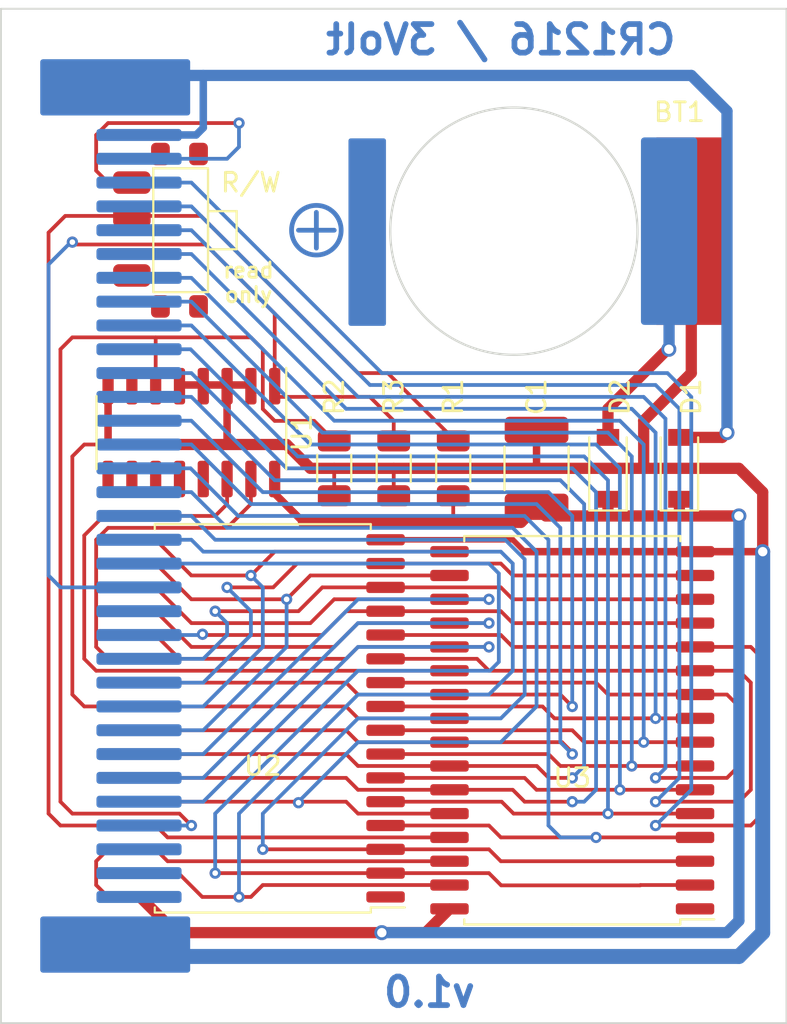
<source format=kicad_pcb>
(kicad_pcb (version 20211014) (generator pcbnew)
  (layers (0 "F.Cu" signal "Front") (31 "B.Cu" signal "Back") (34 "B.Paste" user) (35 "F.Paste" user) (36 "B.SilkS" user "B.Silkscreen") (37 "F.SilkS" user "F.Silkscreen") (38 "B.Mask" user) (39 "F.Mask" user) (44 "Edge.Cuts" user))
  (net 0 "")
  (net 1 "Net-(BT1-Pad1)")
  (net 2 "GND")
  (net 3 "VCC")
  (net 4 "Net-(D1-Pad2)")
  (net 5 "Net-(J1-Pad3)")
  (net 6 "/A0")
  (net 7 "/A1")
  (net 8 "/A2")
  (net 9 "/A3")
  (net 10 "/A4")
  (net 11 "/A5")
  (net 12 "/A6")
  (net 13 "/A7")
  (net 14 "/A8")
  (net 15 "/A9")
  (net 16 "/A10")
  (net 17 "/A11")
  (net 18 "/A12")
  (net 19 "/A13")
  (net 20 "/A14")
  (net 21 "/A15")
  (net 22 "/A16")
  (net 23 "Net-(J1-Pad21)")
  (net 25 "/D0")
  (net 26 "/D1")
  (net 27 "/D2")
  (net 28 "/D3")
  (net 29 "/D4")
  (net 30 "/D5")
  (net 31 "/D6")
  (net 32 "/D7")
  (net 33 "Net-(J1-Pad31)")
  (net 37 "R{slash}W")
  (net 45 "Net-(U1-Pad14)")
  (net 46 "Net-(U1-Pad15)")
  (footprint "Capacitor_SMD:C_1812_4532Metric" (layer "F.Cu") (at 142.875 62.23 90)
    (fp_text reference "C1")
    (fp_text value "330 nF" hide)
  )
  (footprint "custom-footprints:slider_switch_7x3" (layer "F.Cu") (at 123.825 49.53 -90)
    (fp_text reference "S1" hide)
    (fp_text value "R./W." hide)
  )
  (footprint "Resistor_SMD:R_1206_3216Metric" (layer "F.Cu") (at 135.255 62.23 -90)
    (fp_text reference "R3")
    (fp_text value "470 K" hide)
  )
  (footprint "Package_SO:SOIC-16_3.9x9.9mm_P1.27mm" (layer "F.Cu") (at 124.46 60.325 -90)
    (fp_text reference "U1")
    (fp_text value "HC138")
  )
  (footprint "Package_SO:SSOP-32_11.305x20.495mm_P1.27mm" (layer "F.Cu") (at 144.78 76.2 180)
    (fp_text reference "U3")
    (fp_text value "KM681000BLG")
  )
  (footprint "custom-footprints:Battery_CR1216_hole" (layer "F.Cu") (at 141.6638 49.5808)
    (fp_text reference "BT1")
    (fp_text value "CR1216")
    (fp_circle (center 0 0) (end 6.1468 -2.3876) (layer "Edge.Cuts") (width 0.12) (fill none))
  )
  (footprint "Package_SO:SSOP-32_11.305x20.495mm_P1.27mm" (layer "F.Cu") (at 128.27 75.565 180)
    (fp_text reference "U2")
    (fp_text value "KM681000BLG")
  )
  (footprint "Diode_SMD:D_SOD-123" (layer "F.Cu") (at 146.685 62.23 90)
    (fp_text reference "D2")
    (fp_text value "1N4148W" hide)
  )
  (footprint "Resistor_SMD:R_1206_3216Metric" (layer "F.Cu") (at 132.08 62.23 -90)
    (fp_text reference "R2")
    (fp_text value "47 K" hide)
  )
  (footprint "Resistor_SMD:R_1206_3216Metric" (layer "F.Cu") (at 138.43 62.23 90)
    (fp_text reference "R1")
    (fp_text value "47 K" hide)
  )
  (footprint "Diode_SMD:D_SOD-123" (layer "F.Cu") (at 150.495 62.23 90)
    (fp_text reference "D1")
    (fp_text value "RB160M" hide)
  )
  (footprint "custom-footprints:RAM_card_connector_35" (layer "B.Cu") (at 121.666 64.77)
    (fp_text reference "J1" hide)
    (fp_text value "RAM card connector")
  )
  (gr_circle (center 131.1275 49.53) (end 132.288551 50.165) (layer "B.Cu") (width 0.254) (fill none))
  (gr_line (start 131.1275 50.4825) (end 131.1275 48.5775) (layer "B.Cu") (width 0.254))
  (gr_line (start 130.175 49.53) (end 132.08 49.53) (layer "B.Cu") (width 0.254))
  (gr_rect (start 114.3 37.719) (end 156.21 91.821) (layer "Edge.Cuts") (width 0.1) (fill none))
  (gr_text "CR1216 / 3Volt" (at 140.97 39.37) (layer "B.Cu") (effects (font (size 1.524 1.524) (thickness 0.3048)) (justify mirror)))
  (gr_text "v1.0" (at 137.16 90.17) (layer "B.Cu") (effects (font (size 1.524 1.524) (thickness 0.3048)) (justify mirror)))
  (gr_text "R/W" (at 127.635 46.99) (layer "F.SilkS") (effects (font (size 1 1) (thickness 0.1524))))
  (gr_text "read\nonly" (at 127.508 52.324) (layer "F.SilkS") (effects (font (size 0.8128 0.8128) (thickness 0.1524))))
  (segment (start 146.685 59.055) (end 146.685 60.58) (width 0.6) (layer "F.Cu") (net 1))
  (segment (start 149.86 55.88) (end 146.685 59.055) (width 0.6) (layer "F.Cu") (net 1))
  (segment (start 149.9316 55.88) (end 149.86 55.88) (width 0.6) (layer "F.Cu") (net 1))
  (via (at 149.9316 55.88) (size 0.8) (drill 0.5) (layers "F.Cu" "B.Cu") (net 1))
  (segment (start 149.9442 55.8674) (end 149.9316 55.88) (width 0.6) (layer "B.Cu") (net 1))
  (segment (start 149.9442 49.8902) (end 149.9442 55.8674) (width 0.6) (layer "B.Cu") (net 1))
  (segment (start 151.265 49.8902) (end 151.13 50.0252) (width 0.6) (layer "F.Cu") (net 2))
  (segment (start 118.745 60.96) (end 120.015 60.96) (width 0.2) (layer "F.Cu") (net 2))
  (segment (start 126.365 60.96) (end 120.015 60.96) (width 0.6) (layer "F.Cu") (net 2))
  (segment (start 129.54 60.96) (end 126.365 60.96) (width 0.6) (layer "F.Cu") (net 2))
  (segment (start 151.13 50.0252) (end 151.13 57.15) (width 0.6) (layer "F.Cu") (net 2))
  (segment (start 138.23 75.565) (end 133.35 75.565) (width 0.2) (layer "F.Cu") (net 2))
  (segment (start 130.81 62.23) (end 129.54 60.96) (width 0.6) (layer "F.Cu") (net 2))
  (segment (start 118.745 74.93) (end 118.11 74.295) (width 0.2) (layer "F.Cu") (net 2))
  (segment (start 154.94 63.5) (end 153.67 62.23) (width 0.6) (layer "F.Cu") (net 2))
  (segment (start 118.11 74.295) (end 118.11 61.595) (width 0.2) (layer "F.Cu") (net 2))
  (segment (start 142.24 66.675) (end 151.33 66.675) (width 0.4) (layer "F.Cu") (net 2))
  (segment (start 135.255 62.23) (end 132.08 62.23) (width 0.6) (layer "F.Cu") (net 2))
  (segment (start 153.67 62.23) (end 147.32 62.23) (width 0.6) (layer "F.Cu") (net 2))
  (segment (start 132.08 62.23) (end 130.81 62.23) (width 0.6) (layer "F.Cu") (net 2))
  (segment (start 142.875 62.23) (end 135.255 62.23) (width 0.6) (layer "F.Cu") (net 2))
  (segment (start 141.605 66.04) (end 142.24 66.675) (width 0.3) (layer "F.Cu") (net 2))
  (segment (start 120.015 57.075) (end 120.015 60.96) (width 0.4) (layer "F.Cu") (net 2))
  (segment (start 135.255 63.6925) (end 135.255 62.23) (width 0.2) (layer "F.Cu") (net 2))
  (segment (start 133.35 75.565) (end 132.715 74.93) (width 0.2) (layer "F.Cu") (net 2))
  (segment (start 126.365 57.075) (end 126.365 60.96) (width 0.4) (layer "F.Cu") (net 2))
  (segment (start 148.59 59.69) (end 148.59 62.23) (width 0.6) (layer "F.Cu") (net 2))
  (segment (start 134.82 66.04) (end 141.605 66.04) (width 0.3) (layer "F.Cu") (net 2))
  (segment (start 127.635 57.785) (end 123.825 57.785) (width 0.4) (layer "F.Cu") (net 2))
  (segment (start 147.32 62.23) (end 142.875 62.23) (width 0.6) (layer "F.Cu") (net 2))
  (segment (start 154.94 66.675) (end 151.33 66.675) (width 0.4) (layer "F.Cu") (net 2))
  (segment (start 121.72 74.93) (end 118.745 74.93) (width 0.2) (layer "F.Cu") (net 2))
  (segment (start 132.715 74.93) (end 121.72 74.93) (width 0.2) (layer "F.Cu") (net 2))
  (segment (start 151.13 57.15) (end 148.59 59.69) (width 0.6) (layer "F.Cu") (net 2))
  (segment (start 118.11 61.595) (end 118.745 60.96) (width 0.2) (layer "F.Cu") (net 2))
  (segment (start 132.08 63.6925) (end 132.08 62.23) (width 0.2) (layer "F.Cu") (net 2))
  (segment (start 142.875 60.18) (end 142.875 62.23) (width 0.4) (layer "F.Cu") (net 2))
  (segment (start 154.94 66.675) (end 154.94 63.5) (width 0.6) (layer "F.Cu") (net 2))
  (via (at 154.94 66.675) (size 0.8) (drill 0.5) (layers "F.Cu" "B.Cu") (net 2))
  (segment (start 153.67 88.265) (end 154.94 86.995) (width 0.8) (layer "B.Cu") (net 2))
  (segment (start 154.94 86.995) (end 154.94 66.675) (width 0.8) (layer "B.Cu") (net 2))
  (segment (start 120.015 88.265) (end 153.67 88.265) (width 0.8) (layer "B.Cu") (net 2))
  (segment (start 138.23 83.185) (end 123.19 83.185) (width 0.2) (layer "F.Cu") (net 3))
  (segment (start 123.625 86.995) (end 121.72 85.09) (width 0.6) (layer "F.Cu") (net 3))
  (segment (start 142.045034 65.109966) (end 142.875 64.28) (width 0.6) (layer "F.Cu") (net 3))
  (segment (start 134.62 86.995) (end 123.625 86.995) (width 0.6) (layer "F.Cu") (net 3))
  (segment (start 134.62 86.995) (end 136.96 86.995) (width 0.6) (layer "F.Cu") (net 3))
  (segment (start 119.38 84.455) (end 120.015 85.09) (width 0.2) (layer "F.Cu") (net 3))
  (segment (start 136.96 86.995) (end 138.23 85.725) (width 0.6) (layer "F.Cu") (net 3))
  (segment (start 138.769966 65.109966) (end 142.045034 65.109966) (width 0.6) (layer "F.Cu") (net 3))
  (segment (start 120.015 85.09) (end 120.65 85.09) (width 0.2) (layer "F.Cu") (net 3))
  (segment (start 150.495 63.88) (end 150.495 64.77) (width 0.6) (layer "F.Cu") (net 3))
  (segment (start 119.38 83.185) (end 119.38 84.455) (width 0.2) (layer "F.Cu") (net 3))
  (segment (start 143.365 64.77) (end 146.685 64.77) (width 0.6) (layer "F.Cu") (net 3))
  (segment (start 146.685 64.77) (end 151.13 64.77) (width 0.6) (layer "F.Cu") (net 3))
  (segment (start 120.015 82.55) (end 119.38 83.185) (width 0.2) (layer "F.Cu") (net 3))
  (segment (start 142.875 64.28) (end 143.365 64.77) (width 0.6) (layer "F.Cu") (net 3))
  (segment (start 128.905 63.575) (end 130.439966 65.109966) (width 0.4) (layer "F.Cu") (net 3))
  (segment (start 122.555 82.55) (end 121.72 82.55) (width 0.2) (layer "F.Cu") (net 3))
  (segment (start 138.43 64.77) (end 138.769966 65.109966) (width 0.2) (layer "F.Cu") (net 3))
  (segment (start 146.685 64.77) (end 146.685 63.88) (width 0.6) (layer "F.Cu") (net 3))
  (segment (start 138.43 63.6925) (end 138.43 64.77) (width 0.2) (layer "F.Cu") (net 3))
  (segment (start 150.495 64.77) (end 153.67 64.77) (width 0.6) (layer "F.Cu") (net 3))
  (segment (start 121.72 82.55) (end 120.015 82.55) (width 0.2) (layer "F.Cu") (net 3))
  (segment (start 130.439966 65.109966) (end 138.769966 65.109966) (width 0.6) (layer "F.Cu") (net 3))
  (segment (start 123.19 83.185) (end 122.555 82.55) (width 0.2) (layer "F.Cu") (net 3))
  (via (at 153.67 64.77) (size 0.8) (drill 0.5) (layers "F.Cu" "B.Cu") (net 3))
  (via (at 134.62 86.995) (size 0.8) (drill 0.5) (layers "F.Cu" "B.Cu") (net 3))
  (segment (start 153.67 86.36) (end 153.67 64.77) (width 0.6) (layer "B.Cu") (net 3))
  (segment (start 134.62 86.995) (end 153.035 86.995) (width 0.6) (layer "B.Cu") (net 3))
  (segment (start 153.035 86.995) (end 153.67 86.36) (width 0.6) (layer "B.Cu") (net 3))
  (segment (start 152.78 60.58) (end 150.495 60.58) (width 0.6) (layer "F.Cu") (net 4))
  (segment (start 153.035 60.325) (end 152.78 60.58) (width 0.6) (layer "F.Cu") (net 4))
  (via (at 153.035 60.325) (size 0.8) (drill 0.5) (layers "F.Cu" "B.Cu") (net 4))
  (segment (start 123.19 44.45) (end 120.65 44.45) (width 0.2) (layer "B.Cu") (net 4))
  (segment (start 153.035 60.325) (end 153.035 43.18) (width 0.6) (layer "B.Cu") (net 4))
  (segment (start 121.031 41.275) (end 120.396 41.91) (width 0.4) (layer "B.Cu") (net 4))
  (segment (start 124.714 44.45) (end 121.666 44.45) (width 0.4) (layer "B.Cu") (net 4))
  (segment (start 125.095 44.069) (end 124.714 44.45) (width 0.4) (layer "B.Cu") (net 4))
  (segment (start 125.095 41.275) (end 125.095 44.069) (width 0.4) (layer "B.Cu") (net 4))
  (segment (start 125.095 41.275) (end 121.031 41.275) (width 0.6) (layer "B.Cu") (net 4))
  (segment (start 153.035 43.18) (end 151.13 41.275) (width 0.6) (layer "B.Cu") (net 4))
  (segment (start 151.13 41.275) (end 125.095 41.275) (width 0.6) (layer "B.Cu") (net 4))
  (segment (start 119.38 44.45) (end 119.38 46.355) (width 0.2) (layer "F.Cu") (net 5))
  (segment (start 120.015 43.815) (end 119.38 44.45) (width 0.2) (layer "F.Cu") (net 5))
  (segment (start 120.93581 46.99) (end 121.237405 47.291595) (width 0.2) (layer "F.Cu") (net 5))
  (segment (start 120.015 46.99) (end 120.93581 46.99) (width 0.2) (layer "F.Cu") (net 5))
  (segment (start 127 43.815) (end 120.015 43.815) (width 0.2) (layer "F.Cu") (net 5))
  (segment (start 119.38 46.355) (end 120.015 46.99) (width 0.2) (layer "F.Cu") (net 5))
  (via (at 127 43.815) (size 0.6) (drill 0.3) (layers "F.Cu" "B.Cu") (net 5))
  (segment (start 126.365 45.72) (end 120.65 45.72) (width 0.2) (layer "B.Cu") (net 5))
  (segment (start 127 43.815) (end 127 45.085) (width 0.2) (layer "B.Cu") (net 5))
  (segment (start 127 45.085) (end 126.365 45.72) (width 0.2) (layer "B.Cu") (net 5))
  (segment (start 141.605 71.755) (end 140.97 71.12) (width 0.2) (layer "F.Cu") (net 6))
  (segment (start 151.33 71.755) (end 141.605 71.755) (width 0.2) (layer "F.Cu") (net 6))
  (segment (start 140.97 71.12) (end 134.82 71.12) (width 0.2) (layer "F.Cu") (net 6))
  (segment (start 154.94 80.645) (end 154.94 72.39) (width 0.2) (layer "F.Cu") (net 6))
  (segment (start 149.225 81.28) (end 154.305 81.28) (width 0.2) (layer "F.Cu") (net 6))
  (segment (start 154.94 72.39) (end 154.305 71.755) (width 0.2) (layer "F.Cu") (net 6))
  (segment (start 154.305 71.755) (end 151.33 71.755) (width 0.2) (layer "F.Cu") (net 6))
  (segment (start 154.305 81.28) (end 154.94 80.645) (width 0.2) (layer "F.Cu") (net 6))
  (via (at 149.225 81.28) (size 0.6) (drill 0.3) (layers "F.Cu" "B.Cu") (net 6))
  (segment (start 151.13 79.375) (end 149.225 81.28) (width 0.2) (layer "B.Cu") (net 6))
  (segment (start 149.86 57.15) (end 151.13 58.42) (width 0.2) (layer "B.Cu") (net 6))
  (segment (start 124.46 46.99) (end 134.62 57.15) (width 0.2) (layer "B.Cu") (net 6))
  (segment (start 151.13 58.42) (end 151.13 79.375) (width 0.2) (layer "B.Cu") (net 6))
  (segment (start 120.65 46.99) (end 124.46 46.99) (width 0.2) (layer "B.Cu") (net 6))
  (segment (start 134.62 57.15) (end 149.86 57.15) (width 0.2) (layer "B.Cu") (net 6))
  (segment (start 151.33 73.025) (end 140.335 73.025) (width 0.2) (layer "F.Cu") (net 7))
  (segment (start 153.67 80.01) (end 154.305 79.375) (width 0.2) (layer "F.Cu") (net 7))
  (segment (start 154.305 73.66) (end 153.67 73.025) (width 0.2) (layer "F.Cu") (net 7))
  (segment (start 149.225 80.01) (end 153.67 80.01) (width 0.2) (layer "F.Cu") (net 7))
  (segment (start 153.67 73.025) (end 151.33 73.025) (width 0.2) (layer "F.Cu") (net 7))
  (segment (start 154.305 79.375) (end 154.305 73.66) (width 0.2) (layer "F.Cu") (net 7))
  (segment (start 140.335 73.025) (end 139.7 72.39) (width 0.2) (layer "F.Cu") (net 7))
  (segment (start 139.7 72.39) (end 134.82 72.39) (width 0.2) (layer "F.Cu") (net 7))
  (via (at 149.225 80.01) (size 0.6) (drill 0.3) (layers "F.Cu" "B.Cu") (net 7))
  (segment (start 150.495 59.055) (end 150.495 78.74) (width 0.2) (layer "B.Cu") (net 7))
  (segment (start 120.65 48.26) (end 124.46 48.26) (width 0.2) (layer "B.Cu") (net 7))
  (segment (start 133.985 57.785) (end 149.225 57.785) (width 0.2) (layer "B.Cu") (net 7))
  (segment (start 150.495 78.74) (end 149.225 80.01) (width 0.2) (layer "B.Cu") (net 7))
  (segment (start 149.225 57.785) (end 150.495 59.055) (width 0.2) (layer "B.Cu") (net 7))
  (segment (start 124.46 48.26) (end 133.985 57.785) (width 0.2) (layer "B.Cu") (net 7))
  (segment (start 146.05 73.66) (end 134.82 73.66) (width 0.2) (layer "F.Cu") (net 8))
  (segment (start 146.685 74.295) (end 146.05 73.66) (width 0.2) (layer "F.Cu") (net 8))
  (segment (start 153.67 74.93) (end 153.035 74.295) (width 0.2) (layer "F.Cu") (net 8))
  (segment (start 153.67 78.105) (end 153.67 74.93) (width 0.2) (layer "F.Cu") (net 8))
  (segment (start 151.33 74.295) (end 146.685 74.295) (width 0.2) (layer "F.Cu") (net 8))
  (segment (start 153.035 74.295) (end 151.33 74.295) (width 0.2) (layer "F.Cu") (net 8))
  (segment (start 153.035 78.74) (end 153.67 78.105) (width 0.2) (layer "F.Cu") (net 8))
  (segment (start 149.225 78.74) (end 153.035 78.74) (width 0.2) (layer "F.Cu") (net 8))
  (via (at 149.225 78.74) (size 0.6) (drill 0.3) (layers "F.Cu" "B.Cu") (net 8))
  (segment (start 133.35 58.42) (end 148.59 58.42) (width 0.2) (layer "B.Cu") (net 8))
  (segment (start 124.46 49.53) (end 133.35 58.42) (width 0.2) (layer "B.Cu") (net 8))
  (segment (start 149.751511 78.213489) (end 149.225 78.74) (width 0.2) (layer "B.Cu") (net 8))
  (segment (start 148.59 58.42) (end 149.751511 59.581511) (width 0.2) (layer "B.Cu") (net 8))
  (segment (start 149.751511 59.581511) (end 149.751511 78.213489) (width 0.2) (layer "B.Cu") (net 8))
  (segment (start 120.65 49.53) (end 124.46 49.53) (width 0.2) (layer "B.Cu") (net 8))
  (segment (start 143.1925 74.93) (end 134.82 74.93) (width 0.2) (layer "F.Cu") (net 9))
  (segment (start 143.8275 75.565) (end 143.1925 74.93) (width 0.2) (layer "F.Cu") (net 9))
  (segment (start 151.33 75.565) (end 143.8275 75.565) (width 0.2) (layer "F.Cu") (net 9))
  (via (at 149.225 75.565) (size 0.6) (drill 0.3) (layers "F.Cu" "B.Cu") (net 9))
  (segment (start 147.955 59.055) (end 149.225 60.325) (width 0.2) (layer "B.Cu") (net 9))
  (segment (start 120.65 50.8) (end 124.46 50.8) (width 0.2) (layer "B.Cu") (net 9))
  (segment (start 124.46 50.8) (end 132.715 59.055) (width 0.2) (layer "B.Cu") (net 9))
  (segment (start 149.225 60.325) (end 149.225 75.565) (width 0.2) (layer "B.Cu") (net 9))
  (segment (start 132.715 59.055) (end 147.955 59.055) (width 0.2) (layer "B.Cu") (net 9))
  (segment (start 145.415 76.835) (end 144.78 76.2) (width 0.2) (layer "F.Cu") (net 10))
  (segment (start 144.78 76.2) (end 134.82 76.2) (width 0.2) (layer "F.Cu") (net 10))
  (segment (start 151.33 76.835) (end 145.415 76.835) (width 0.2) (layer "F.Cu") (net 10))
  (via (at 148.59 76.835) (size 0.6) (drill 0.3) (layers "F.Cu" "B.Cu") (net 10))
  (segment (start 120.65 52.07) (end 124.46 52.07) (width 0.2) (layer "B.Cu") (net 10))
  (segment (start 132.08 59.69) (end 147.32 59.69) (width 0.2) (layer "B.Cu") (net 10))
  (segment (start 124.46 52.07) (end 132.08 59.69) (width 0.2) (layer "B.Cu") (net 10))
  (segment (start 147.32 59.69) (end 148.59 60.96) (width 0.2) (layer "B.Cu") (net 10))
  (segment (start 148.59 60.96) (end 148.59 76.835) (width 0.2) (layer "B.Cu") (net 10))
  (segment (start 143.51 77.47) (end 144.145 78.105) (width 0.2) (layer "F.Cu") (net 11))
  (segment (start 144.145 78.105) (end 151.33 78.105) (width 0.2) (layer "F.Cu") (net 11))
  (segment (start 134.82 77.47) (end 143.51 77.47) (width 0.2) (layer "F.Cu") (net 11))
  (via (at 147.955 78.105) (size 0.6) (drill 0.3) (layers "F.Cu" "B.Cu") (net 11))
  (segment (start 147.955 61.595) (end 146.685 60.325) (width 0.2) (layer "B.Cu") (net 11))
  (segment (start 147.955 78.105) (end 147.955 61.595) (width 0.2) (layer "B.Cu") (net 11))
  (segment (start 146.685 60.325) (end 131.445 60.325) (width 0.2) (layer "B.Cu") (net 11))
  (segment (start 131.445 60.325) (end 124.46 53.34) (width 0.2) (layer "B.Cu") (net 11))
  (segment (start 124.46 53.34) (end 120.65 53.34) (width 0.2) (layer "B.Cu") (net 11))
  (segment (start 142.24 78.74) (end 142.875 79.375) (width 0.2) (layer "F.Cu") (net 12))
  (segment (start 142.875 79.375) (end 151.33 79.375) (width 0.2) (layer "F.Cu") (net 12))
  (segment (start 134.82 78.74) (end 142.24 78.74) (width 0.2) (layer "F.Cu") (net 12))
  (via (at 147.32 79.375) (size 0.6) (drill 0.3) (layers "F.Cu" "B.Cu") (net 12))
  (segment (start 147.32 79.375) (end 147.32 62.23) (width 0.2) (layer "B.Cu") (net 12))
  (segment (start 124.46 54.61) (end 120.65 54.61) (width 0.2) (layer "B.Cu") (net 12))
  (segment (start 130.81 60.96) (end 124.46 54.61) (width 0.2) (layer "B.Cu") (net 12))
  (segment (start 146.05 60.96) (end 130.81 60.96) (width 0.2) (layer "B.Cu") (net 12))
  (segment (start 147.32 62.23) (end 146.05 60.96) (width 0.2) (layer "B.Cu") (net 12))
  (segment (start 141.648308 80.645) (end 141.013308 80.01) (width 0.2) (layer "F.Cu") (net 13))
  (segment (start 146.685 80.645) (end 151.33 80.645) (width 0.2) (layer "F.Cu") (net 13))
  (segment (start 146.685 80.645) (end 141.648308 80.645) (width 0.2) (layer "F.Cu") (net 13))
  (segment (start 141.013308 80.01) (end 134.82 80.01) (width 0.2) (layer "F.Cu") (net 13))
  (via (at 146.685 80.645) (size 0.6) (drill 0.3) (layers "F.Cu" "B.Cu") (net 13))
  (segment (start 130.131692 61.595) (end 124.416692 55.88) (width 0.2) (layer "B.Cu") (net 13))
  (segment (start 145.415 61.595) (end 130.131692 61.595) (width 0.2) (layer "B.Cu") (net 13))
  (segment (start 146.685 62.865) (end 145.415 61.595) (width 0.2) (layer "B.Cu") (net 13))
  (segment (start 124.416692 55.88) (end 120.65 55.88) (width 0.2) (layer "B.Cu") (net 13))
  (segment (start 146.685 80.645) (end 146.685 62.865) (width 0.2) (layer "B.Cu") (net 13))
  (segment (start 144.78 80.01) (end 142.24 80.01) (width 0.2) (layer "F.Cu") (net 14))
  (segment (start 132.715 78.74) (end 133.35 79.375) (width 0.2) (layer "F.Cu") (net 14))
  (segment (start 142.24 80.01) (end 141.605 79.375) (width 0.2) (layer "F.Cu") (net 14))
  (segment (start 141.605 79.375) (end 138.23 79.375) (width 0.2) (layer "F.Cu") (net 14))
  (segment (start 133.35 79.375) (end 138.23 79.375) (width 0.2) (layer "F.Cu") (net 14))
  (segment (start 121.72 78.74) (end 132.715 78.74) (width 0.2) (layer "F.Cu") (net 14))
  (via (at 144.78 80.01) (size 0.6) (drill 0.3) (layers "F.Cu" "B.Cu") (net 14))
  (segment (start 146.05 63.5) (end 144.78 62.23) (width 0.2) (layer "B.Cu") (net 14))
  (segment (start 129.54 62.23) (end 124.46 57.15) (width 0.2) (layer "B.Cu") (net 14))
  (segment (start 124.46 57.15) (end 120.65 57.15) (width 0.2) (layer "B.Cu") (net 14))
  (segment (start 146.05 79.375) (end 146.05 63.5) (width 0.2) (layer "B.Cu") (net 14))
  (segment (start 145.415 80.01) (end 146.05 79.375) (width 0.2) (layer "B.Cu") (net 14))
  (segment (start 144.78 62.23) (end 129.54 62.23) (width 0.2) (layer "B.Cu") (net 14))
  (segment (start 144.78 80.01) (end 145.415 80.01) (width 0.2) (layer "B.Cu") (net 14))
  (segment (start 142.888698 78.105) (end 138.23 78.105) (width 0.2) (layer "F.Cu") (net 15))
  (segment (start 132.715 77.47) (end 133.35 78.105) (width 0.2) (layer "F.Cu") (net 15))
  (segment (start 144.78 78.74) (end 143.523698 78.74) (width 0.2) (layer "F.Cu") (net 15))
  (segment (start 133.35 78.105) (end 138.23 78.105) (width 0.2) (layer "F.Cu") (net 15))
  (segment (start 121.72 77.47) (end 132.715 77.47) (width 0.2) (layer "F.Cu") (net 15))
  (segment (start 143.523698 78.74) (end 142.888698 78.105) (width 0.2) (layer "F.Cu") (net 15))
  (via (at 144.78 78.74) (size 0.6) (drill 0.3) (layers "F.Cu" "B.Cu") (net 15))
  (segment (start 144.145 62.865) (end 128.905 62.865) (width 0.2) (layer "B.Cu") (net 15))
  (segment (start 145.415 64.135) (end 144.145 62.865) (width 0.2) (layer "B.Cu") (net 15))
  (segment (start 145.415 78.105) (end 145.415 64.135) (width 0.2) (layer "B.Cu") (net 15))
  (segment (start 128.905 62.865) (end 124.46 58.42) (width 0.2) (layer "B.Cu") (net 15))
  (segment (start 144.78 78.74) (end 145.415 78.105) (width 0.2) (layer "B.Cu") (net 15))
  (segment (start 124.46 58.42) (end 120.65 58.42) (width 0.2) (layer "B.Cu") (net 15))
  (segment (start 132.715 73.66) (end 121.72 73.66) (width 0.2) (layer "F.Cu") (net 16))
  (segment (start 138.23 74.295) (end 133.35 74.295) (width 0.2) (layer "F.Cu") (net 16))
  (segment (start 144.78 74.93) (end 144.145 74.295) (width 0.2) (layer "F.Cu") (net 16))
  (segment (start 144.145 74.295) (end 138.23 74.295) (width 0.2) (layer "F.Cu") (net 16))
  (segment (start 133.35 74.295) (end 132.715 73.66) (width 0.2) (layer "F.Cu") (net 16))
  (via (at 144.78 74.93) (size 0.6) (drill 0.3) (layers "F.Cu" "B.Cu") (net 16))
  (segment (start 143.51 63.5) (end 128.27 63.5) (width 0.2) (layer "B.Cu") (net 16))
  (segment (start 144.78 74.93) (end 144.78 64.77) (width 0.2) (layer "B.Cu") (net 16))
  (segment (start 144.78 64.77) (end 143.51 63.5) (width 0.2) (layer "B.Cu") (net 16))
  (segment (start 124.46 59.69) (end 120.65 59.69) (width 0.2) (layer "B.Cu") (net 16))
  (segment (start 128.27 63.5) (end 124.46 59.69) (width 0.2) (layer "B.Cu") (net 16))
  (segment (start 132.715 76.2) (end 133.35 76.835) (width 0.2) (layer "F.Cu") (net 17))
  (segment (start 144.78 77.47) (end 144.78 77.383385) (width 0.2) (layer "F.Cu") (net 17))
  (segment (start 133.35 76.835) (end 138.23 76.835) (width 0.2) (layer "F.Cu") (net 17))
  (segment (start 144.231615 76.835) (end 138.23 76.835) (width 0.2) (layer "F.Cu") (net 17))
  (segment (start 144.78 77.383385) (end 144.231615 76.835) (width 0.2) (layer "F.Cu") (net 17))
  (segment (start 121.72 76.2) (end 132.715 76.2) (width 0.2) (layer "F.Cu") (net 17))
  (via (at 144.78 77.47) (size 0.6) (drill 0.3) (layers "F.Cu" "B.Cu") (net 17))
  (segment (start 142.875 64.135) (end 127.635 64.135) (width 0.2) (layer "B.Cu") (net 17))
  (segment (start 144.145 65.405) (end 142.875 64.135) (width 0.2) (layer "B.Cu") (net 17))
  (segment (start 144.145 76.835) (end 144.145 65.405) (width 0.2) (layer "B.Cu") (net 17))
  (segment (start 144.78 77.47) (end 144.145 76.835) (width 0.2) (layer "B.Cu") (net 17))
  (segment (start 127.635 64.135) (end 124.46 60.96) (width 0.2) (layer "B.Cu") (net 17))
  (segment (start 124.46 60.96) (end 120.65 60.96) (width 0.2) (layer "B.Cu") (net 17))
  (segment (start 134.82 81.28) (end 140.335 81.28) (width 0.2) (layer "F.Cu") (net 18))
  (segment (start 140.97 81.915) (end 151.33 81.915) (width 0.2) (layer "F.Cu") (net 18))
  (segment (start 140.335 81.28) (end 140.97 81.915) (width 0.2) (layer "F.Cu") (net 18))
  (via (at 146.05 81.915) (size 0.6) (drill 0.3) (layers "F.Cu" "B.Cu") (net 18))
  (segment (start 143.51 81.28) (end 143.51 66.04) (width 0.2) (layer "B.Cu") (net 18))
  (segment (start 143.51 66.04) (end 142.24 64.77) (width 0.2) (layer "B.Cu") (net 18))
  (segment (start 124.416692 62.23) (end 120.65 62.23) (width 0.2) (layer "B.Cu") (net 18))
  (segment (start 126.956692 64.77) (end 124.416692 62.23) (width 0.2) (layer "B.Cu") (net 18))
  (segment (start 144.145 81.915) (end 143.51 81.28) (width 0.2) (layer "B.Cu") (net 18))
  (segment (start 142.24 64.77) (end 126.956692 64.77) (width 0.2) (layer "B.Cu") (net 18))
  (segment (start 146.05 81.915) (end 144.145 81.915) (width 0.2) (layer "B.Cu") (net 18))
  (segment (start 133.35 80.645) (end 138.23 80.645) (width 0.2) (layer "F.Cu") (net 19))
  (segment (start 132.715 80.01) (end 133.35 80.645) (width 0.2) (layer "F.Cu") (net 19))
  (segment (start 121.72 80.01) (end 132.715 80.01) (width 0.2) (layer "F.Cu") (net 19))
  (via (at 130.175 80.064792) (size 0.6) (drill 0.3) (layers "F.Cu" "B.Cu") (net 19))
  (segment (start 130.175 80.01) (end 133.35 76.835) (width 0.2) (layer "B.Cu") (net 19))
  (segment (start 130.175 80.064792) (end 130.175 80.01) (width 0.2) (layer "B.Cu") (net 19))
  (segment (start 124.46 63.5) (end 121.666 63.5) (width 0.2) (layer "B.Cu") (net 19))
  (segment (start 126.365 65.405) (end 124.46 63.5) (width 0.2) (layer "B.Cu") (net 19))
  (segment (start 142.875 74.93) (end 142.875 66.675) (width 0.2) (layer "B.Cu") (net 19))
  (segment (start 142.875 66.675) (end 141.605 65.405) (width 0.2) (layer "B.Cu") (net 19))
  (segment (start 141.605 65.405) (end 126.365 65.405) (width 0.2) (layer "B.Cu") (net 19))
  (segment (start 140.97 76.835) (end 142.875 74.93) (width 0.2) (layer "B.Cu") (net 19))
  (segment (start 133.35 76.835) (end 140.97 76.835) (width 0.2) (layer "B.Cu") (net 19))
  (segment (start 128.27 82.55) (end 134.82 82.55) (width 0.2) (layer "F.Cu") (net 20))
  (segment (start 140.97 83.185) (end 151.33 83.185) (width 0.2) (layer "F.Cu") (net 20))
  (segment (start 140.335 82.55) (end 140.97 83.185) (width 0.2) (layer "F.Cu") (net 20))
  (segment (start 134.82 82.55) (end 140.335 82.55) (width 0.2) (layer "F.Cu") (net 20))
  (via (at 128.27 82.55) (size 0.6) (drill 0.3) (layers "F.Cu" "B.Cu") (net 20))
  (segment (start 125.73 66.04) (end 124.46 64.77) (width 0.2) (layer "B.Cu") (net 20))
  (segment (start 128.27 82.55) (end 128.27 80.645) (width 0.2) (layer "B.Cu") (net 20))
  (segment (start 128.27 80.645) (end 133.35 75.565) (width 0.2) (layer "B.Cu") (net 20))
  (segment (start 124.46 64.77) (end 120.65 64.77) (width 0.2) (layer "B.Cu") (net 20))
  (segment (start 142.24 74.295) (end 142.24 67.079115) (width 0.2) (layer "B.Cu") (net 20))
  (segment (start 133.35 75.565) (end 140.97 75.565) (width 0.2) (layer "B.Cu") (net 20))
  (segment (start 142.24 67.079115) (end 141.200885 66.04) (width 0.2) (layer "B.Cu") (net 20))
  (segment (start 140.97 75.565) (end 142.24 74.295) (width 0.2) (layer "B.Cu") (net 20))
  (segment (start 141.200885 66.04) (end 125.73 66.04) (width 0.2) (layer "B.Cu") (net 20))
  (segment (start 123.7702 83.82) (end 121.72 83.82) (width 0.2) (layer "F.Cu") (net 21))
  (segment (start 125.0402 85.09) (end 123.7702 83.82) (width 0.2) (layer "F.Cu") (net 21))
  (segment (start 127.635 85.09) (end 125.0402 85.09) (width 0.2) (layer "F.Cu") (net 21))
  (segment (start 138.23 84.455) (end 128.27 84.455) (width 0.2) (layer "F.Cu") (net 21))
  (segment (start 128.27 84.455) (end 127.635 85.09) (width 0.2) (layer "F.Cu") (net 21))
  (via (at 127 85.09) (size 0.6) (drill 0.3) (layers "F.Cu" "B.Cu") (net 21))
  (segment (start 140.97 66.675) (end 125.095 66.675) (width 0.2) (layer "B.Cu") (net 21))
  (segment (start 124.46 66.04) (end 120.65 66.04) (width 0.2) (layer "B.Cu") (net 21))
  (segment (start 140.335 74.295) (end 141.605 73.025) (width 0.2) (layer "B.Cu") (net 21))
  (segment (start 141.605 67.31) (end 140.97 66.675) (width 0.2) (layer "B.Cu") (net 21))
  (segment (start 141.605 73.025) (end 141.605 67.31) (width 0.2) (layer "B.Cu") (net 21))
  (segment (start 125.095 66.675) (end 124.46 66.04) (width 0.2) (layer "B.Cu") (net 21))
  (segment (start 127 85.09) (end 127 80.645) (width 0.2) (layer "B.Cu") (net 21))
  (segment (start 133.35 74.295) (end 140.335 74.295) (width 0.2) (layer "B.Cu") (net 21))
  (segment (start 127 80.645) (end 133.35 74.295) (width 0.2) (layer "B.Cu") (net 21))
  (segment (start 140.335 83.82) (end 134.82 83.82) (width 0.2) (layer "F.Cu") (net 22))
  (segment (start 151.33 84.455) (end 148.41677 84.455) (width 0.2) (layer "F.Cu") (net 22))
  (segment (start 140.98804 84.47304) (end 140.335 83.82) (width 0.2) (layer "F.Cu") (net 22))
  (segment (start 148.398729 84.47304) (end 140.98804 84.47304) (width 0.2) (layer "F.Cu") (net 22))
  (segment (start 148.41677 84.455) (end 148.398729 84.47304) (width 0.2) (layer "F.Cu") (net 22))
  (segment (start 125.73 83.82) (end 134.82 83.82) (width 0.2) (layer "F.Cu") (net 22))
  (via (at 125.73 83.82) (size 0.6) (drill 0.3) (layers "F.Cu" "B.Cu") (net 22))
  (segment (start 140.861511 67.836511) (end 140.335 67.31) (width 0.2) (layer "B.Cu") (net 22))
  (segment (start 140.861511 72.553289) (end 140.861511 67.836511) (width 0.2) (layer "B.Cu") (net 22))
  (segment (start 140.335 67.31) (end 120.65 67.31) (width 0.2) (layer "B.Cu") (net 22))
  (segment (start 133.35 73.025) (end 140.3898 73.025) (width 0.2) (layer "B.Cu") (net 22))
  (segment (start 125.73 80.645) (end 133.35 73.025) (width 0.2) (layer "B.Cu") (net 22))
  (segment (start 140.3898 73.025) (end 140.861511 72.553289) (width 0.2) (layer "B.Cu") (net 22))
  (segment (start 125.73 83.82) (end 125.73 80.645) (width 0.2) (layer "B.Cu") (net 22))
  (segment (start 125.222 50.292) (end 128.905 53.975) (width 0.2) (layer "F.Cu") (net 23))
  (segment (start 133.985 58.42) (end 135.255 59.69) (width 0.2) (layer "F.Cu") (net 23))
  (segment (start 128.905 53.975) (end 128.905 58.42) (width 0.2) (layer "F.Cu") (net 23))
  (segment (start 118.237 50.292) (end 125.222 50.292) (width 0.2) (layer "F.Cu") (net 23))
  (segment (start 118.11 50.165) (end 118.237 50.292) (width 0.2) (layer "F.Cu") (net 23))
  (segment (start 128.905 58.42) (end 133.985 58.42) (width 0.2) (layer "F.Cu") (net 23))
  (segment (start 135.255 59.69) (end 135.255 60.7675) (width 0.2) (layer "F.Cu") (net 23))
  (via (at 118.11 50.165) (size 0.6) (drill 0.3) (layers "F.Cu" "B.Cu") (net 23))
  (segment (start 116.84 67.945) (end 117.475 68.58) (width 0.2) (layer "B.Cu") (net 23))
  (segment (start 117.475 68.58) (end 120.65 68.58) (width 0.2) (layer "B.Cu") (net 23))
  (segment (start 116.84 51.35675) (end 116.84 67.945) (width 0.2) (layer "B.Cu") (net 23))
  (segment (start 118.11 50.165) (end 118.03175 50.165) (width 0.2) (layer "B.Cu") (net 23))
  (segment (start 118.03175 50.165) (end 116.84 51.35675) (width 0.2) (layer "B.Cu") (net 23))
  (segment (start 140.97 69.85) (end 134.82 69.85) (width 0.2) (layer "F.Cu") (net 25))
  (segment (start 125.05391 71.07891) (end 125.095 71.12) (width 0.2) (layer "F.Cu") (net 25))
  (segment (start 132.715 69.85) (end 134.82 69.85) (width 0.2) (layer "F.Cu") (net 25))
  (segment (start 141.605 70.485) (end 140.97 69.85) (width 0.2) (layer "F.Cu") (net 25))
  (segment (start 151.33 70.485) (end 141.605 70.485) (width 0.2) (layer "F.Cu") (net 25))
  (segment (start 131.445 71.12) (end 132.715 69.85) (width 0.2) (layer "F.Cu") (net 25))
  (segment (start 125.095 71.12) (end 131.445 71.12) (width 0.2) (layer "F.Cu") (net 25))
  (via (at 125.05391 71.07891) (size 0.6) (drill 0.3) (layers "F.Cu" "B.Cu") (net 25))
  (segment (start 125.05391 71.07891) (end 125.01282 71.12) (width 0.2) (layer "B.Cu") (net 25))
  (segment (start 125.01282 71.12) (end 120.65 71.12) (width 0.2) (layer "B.Cu") (net 25))
  (segment (start 140.97 68.58) (end 135.255 68.58) (width 0.2) (layer "F.Cu") (net 26))
  (segment (start 151.33 69.215) (end 141.605 69.215) (width 0.2) (layer "F.Cu") (net 26))
  (segment (start 130.175 69.85) (end 131.445 68.58) (width 0.2) (layer "F.Cu") (net 26))
  (segment (start 141.605 69.215) (end 140.97 68.58) (width 0.2) (layer "F.Cu") (net 26))
  (segment (start 125.73 69.85) (end 130.175 69.85) (width 0.2) (layer "F.Cu") (net 26))
  (segment (start 131.445 68.58) (end 134.82 68.58) (width 0.2) (layer "F.Cu") (net 26))
  (via (at 125.73 69.85) (size 0.6) (drill 0.3) (layers "F.Cu" "B.Cu") (net 26))
  (segment (start 126.365 70.485) (end 126.365 71.12) (width 0.2) (layer "B.Cu") (net 26))
  (segment (start 125.73 69.85) (end 126.365 70.485) (width 0.2) (layer "B.Cu") (net 26))
  (segment (start 125.095 72.39) (end 120.65 72.39) (width 0.2) (layer "B.Cu") (net 26))
  (segment (start 126.365 71.12) (end 125.095 72.39) (width 0.2) (layer "B.Cu") (net 26))
  (segment (start 140.97 67.31) (end 134.82 67.31) (width 0.2) (layer "F.Cu") (net 27))
  (segment (start 141.605 67.945) (end 140.97 67.31) (width 0.2) (layer "F.Cu") (net 27))
  (segment (start 151.33 67.945) (end 141.605 67.945) (width 0.2) (layer "F.Cu") (net 27))
  (segment (start 126.365 68.58) (end 128.825625 68.58) (width 0.2) (layer "F.Cu") (net 27))
  (segment (start 128.825625 68.58) (end 130.095625 67.31) (width 0.2) (layer "F.Cu") (net 27))
  (segment (start 130.095625 67.31) (end 134.82 67.31) (width 0.2) (layer "F.Cu") (net 27))
  (via (at 126.365 68.58) (size 0.6) (drill 0.3) (layers "F.Cu" "B.Cu") (net 27))
  (segment (start 126.365 68.58) (end 127.635 69.85) (width 0.2) (layer "B.Cu") (net 27))
  (segment (start 127.635 71.12) (end 125.095 73.66) (width 0.2) (layer "B.Cu") (net 27))
  (segment (start 127.635 69.85) (end 127.635 71.12) (width 0.2) (layer "B.Cu") (net 27))
  (segment (start 125.095 73.66) (end 120.65 73.66) (width 0.2) (layer "B.Cu") (net 27))
  (segment (start 122.555 66.04) (end 121.72 66.04) (width 0.2) (layer "F.Cu") (net 28))
  (segment (start 127.635 67.945) (end 124.46 67.945) (width 0.2) (layer "F.Cu") (net 28))
  (segment (start 127.635 67.945) (end 128.905 66.675) (width 0.2) (layer "F.Cu") (net 28))
  (segment (start 128.905 66.675) (end 138.23 66.675) (width 0.2) (layer "F.Cu") (net 28))
  (segment (start 124.46 67.945) (end 122.555 66.04) (width 0.2) (layer "F.Cu") (net 28))
  (via (at 127.635 67.945) (size 0.6) (drill 0.3) (layers "F.Cu" "B.Cu") (net 28))
  (segment (start 125.095 74.93) (end 120.65 74.93) (width 0.2) (layer "B.Cu") (net 28))
  (segment (start 128.27 71.755) (end 125.095 74.93) (width 0.2) (layer "B.Cu") (net 28))
  (segment (start 127.635 67.945) (end 128.27 68.58) (width 0.2) (layer "B.Cu") (net 28))
  (segment (start 128.27 68.58) (end 128.27 71.755) (width 0.2) (layer "B.Cu") (net 28))
  (segment (start 129.54 69.215) (end 130.81 67.945) (width 0.2) (layer "F.Cu") (net 29))
  (segment (start 129.54 69.215) (end 124.46 69.215) (width 0.2) (layer "F.Cu") (net 29))
  (segment (start 130.81 67.945) (end 138.23 67.945) (width 0.2) (layer "F.Cu") (net 29))
  (segment (start 124.46 69.215) (end 122.555 67.31) (width 0.2) (layer "F.Cu") (net 29))
  (segment (start 122.555 67.31) (end 121.72 67.31) (width 0.2) (layer "F.Cu") (net 29))
  (via (at 129.54 69.215) (size 0.6) (drill 0.3) (layers "F.Cu" "B.Cu") (net 29))
  (segment (start 129.54 71.755) (end 125.095 76.2) (width 0.2) (layer "B.Cu") (net 29))
  (segment (start 129.54 69.215) (end 129.54 71.755) (width 0.2) (layer "B.Cu") (net 29))
  (segment (start 125.095 76.2) (end 120.65 76.2) (width 0.2) (layer "B.Cu") (net 29))
  (segment (start 124.46 70.485) (end 122.555 68.58) (width 0.2) (layer "F.Cu") (net 30))
  (segment (start 130.81 70.485) (end 124.46 70.485) (width 0.2) (layer "F.Cu") (net 30))
  (segment (start 138.23 69.215) (end 140.335 69.215) (width 0.2) (layer "F.Cu") (net 30))
  (segment (start 122.555 68.58) (end 121.72 68.58) (width 0.2) (layer "F.Cu") (net 30))
  (segment (start 138.23 69.215) (end 132.08 69.215) (width 0.2) (layer "F.Cu") (net 30))
  (segment (start 132.08 69.215) (end 130.81 70.485) (width 0.2) (layer "F.Cu") (net 30))
  (via (at 140.335 69.215) (size 0.6) (drill 0.3) (layers "F.Cu" "B.Cu") (net 30))
  (segment (start 133.35 69.215) (end 125.095 77.47) (width 0.2) (layer "B.Cu") (net 30))
  (segment (start 140.335 69.215) (end 133.35 69.215) (width 0.2) (layer "B.Cu") (net 30))
  (segment (start 125.095 77.47) (end 120.65 77.47) (width 0.2) (layer "B.Cu") (net 30))
  (segment (start 132.08 71.755) (end 133.35 70.485) (width 0.2) (layer "F.Cu") (net 31))
  (segment (start 124.46 71.755) (end 132.08 71.755) (width 0.2) (layer "F.Cu") (net 31))
  (segment (start 122.555 69.85) (end 124.46 71.755) (width 0.2) (layer "F.Cu") (net 31))
  (segment (start 138.23 70.485) (end 140.335 70.485) (width 0.2) (layer "F.Cu") (net 31))
  (segment (start 121.72 69.85) (end 122.555 69.85) (width 0.2) (layer "F.Cu") (net 31))
  (segment (start 133.35 70.485) (end 138.07648 70.485) (width 0.2) (layer "F.Cu") (net 31))
  (via (at 140.335 70.485) (size 0.6) (drill 0.3) (layers "F.Cu" "B.Cu") (net 31))
  (segment (start 140.335 70.485) (end 133.35 70.485) (width 0.2) (layer "B.Cu") (net 31))
  (segment (start 125.095 78.74) (end 120.65 78.74) (width 0.2) (layer "B.Cu") (net 31))
  (segment (start 133.35 70.485) (end 125.095 78.74) (width 0.2) (layer "B.Cu") (net 31))
  (segment (start 123.825 72.39) (end 122.555 71.12) (width 0.2) (layer "F.Cu") (net 32))
  (segment (start 122.555 71.12) (end 121.72 71.12) (width 0.2) (layer "F.Cu") (net 32))
  (segment (start 132.715 72.39) (end 123.825 72.39) (width 0.2) (layer "F.Cu") (net 32))
  (segment (start 133.35 71.755) (end 132.715 72.39) (width 0.2) (layer "F.Cu") (net 32))
  (segment (start 140.335 71.755) (end 138.23 71.755) (width 0.2) (layer "F.Cu") (net 32))
  (segment (start 138.23 71.755) (end 133.35 71.755) (width 0.2) (layer "F.Cu") (net 32))
  (via (at 140.335 71.755) (size 0.6) (drill 0.3) (layers "F.Cu" "B.Cu") (net 32))
  (segment (start 125.095 80.01) (end 120.65 80.01) (width 0.2) (layer "B.Cu") (net 32))
  (segment (start 133.35 71.755) (end 125.095 80.01) (width 0.2) (layer "B.Cu") (net 32))
  (segment (start 140.335 71.755) (end 133.35 71.755) (width 0.2) (layer "B.Cu") (net 32))
  (segment (start 124.46 81.28) (end 123.825 80.645) (width 0.2) (layer "F.Cu") (net 33))
  (segment (start 117.475 55.88) (end 118.11 55.245) (width 0.2) (layer "F.Cu") (net 33))
  (segment (start 128.27 55.88) (end 128.27 58.42) (width 0.2) (layer "F.Cu") (net 33))
  (segment (start 127.635 55.245) (end 122.555 55.245) (width 0.2) (layer "F.Cu") (net 33))
  (segment (start 128.905 59.69902) (end 131.01152 59.69902) (width 0.2) (layer "F.Cu") (net 33))
  (segment (start 117.475 80.01) (end 117.475 55.88) (width 0.2) (layer "F.Cu") (net 33))
  (segment (start 118.11 80.645) (end 117.475 80.01) (width 0.2) (layer "F.Cu") (net 33))
  (segment (start 118.11 55.245) (end 122.555 55.245) (width 0.2) (layer "F.Cu") (net 33))
  (segment (start 128.27 59.06402) (end 128.905 59.69902) (width 0.2) (layer "F.Cu") (net 33))
  (segment (start 122.555 57.075) (end 122.555 55.245) (width 0.2) (layer "F.Cu") (net 33))
  (segment (start 123.825 80.645) (end 118.11 80.645) (width 0.2) (layer "F.Cu") (net 33))
  (segment (start 131.01152 59.69902) (end 132.08 60.7675) (width 0.2) (layer "F.Cu") (net 33))
  (segment (start 128.27 58.484451) (end 128.27 59.06402) (width 0.2) (layer "F.Cu") (net 33))
  (segment (start 128.27 55.88) (end 127.635 55.245) (width 0.2) (layer "F.Cu") (net 33))
  (via (at 124.46 81.28) (size 0.6) (drill 0.3) (layers "F.Cu" "B.Cu") (net 33))
  (segment (start 120.65 81.28) (end 124.46 81.28) (width 0.2) (layer "B.Cu") (net 33))
  (segment (start 117.729 48.768) (end 116.84 49.657) (width 0.2) (layer "F.Cu") (net 37))
  (segment (start 124.968 48.768) (end 117.729 48.768) (width 0.2) (layer "F.Cu") (net 37))
  (segment (start 138.43 60.7675) (end 138.43 60.6425) (width 0.2) (layer "F.Cu") (net 37))
  (segment (start 122.555 81.28) (end 121.72 81.28) (width 0.2) (layer "F.Cu") (net 37))
  (segment (start 138.43 60.6425) (end 134.9375 57.15) (width 0.2) (layer "F.Cu") (net 37))
  (segment (start 116.84 80.645) (end 117.475 81.28) (width 0.2) (layer "F.Cu") (net 37))
  (segment (start 138.23 81.915) (end 123.19 81.915) (width 0.2) (layer "F.Cu") (net 37))
  (segment (start 133.35 57.15) (end 124.968 48.768) (width 0.2) (layer "F.Cu") (net 37))
  (segment (start 116.84 49.657) (end 116.84 80.645) (width 0.2) (layer "F.Cu") (net 37))
  (segment (start 123.19 81.915) (end 122.555 81.28) (width 0.2) (layer "F.Cu") (net 37))
  (segment (start 117.475 81.28) (end 121.72 81.28) (width 0.2) (layer "F.Cu") (net 37))
  (segment (start 134.9375 57.15) (end 133.35 57.15) (width 0.2) (layer "F.Cu") (net 37))
  (segment (start 138.23 73.025) (end 119.38 73.025) (width 0.2) (layer "F.Cu") (net 45))
  (segment (start 118.745 72.39) (end 118.745 65.809115) (width 0.2) (layer "F.Cu") (net 45))
  (segment (start 126.365 64.135) (end 126.365 63.575) (width 0.2) (layer "F.Cu") (net 45))
  (segment (start 118.745 65.809115) (end 119.784115 64.77) (width 0.2) (layer "F.Cu") (net 45))
  (segment (start 125.73 64.77) (end 126.365 64.135) (width 0.2) (layer "F.Cu") (net 45))
  (segment (start 119.38 73.025) (end 118.745 72.39) (width 0.2) (layer "F.Cu") (net 45))
  (segment (start 119.784115 64.77) (end 125.73 64.77) (width 0.2) (layer "F.Cu") (net 45))
  (segment (start 126.365 65.405) (end 120.015 65.405) (width 0.2) (layer "F.Cu") (net 46))
  (segment (start 120.015 72.39) (end 120.65 72.39) (width 0.2) (layer "F.Cu") (net 46))
  (segment (start 127.635 64.135) (end 126.365 65.405) (width 0.2) (layer "F.Cu") (net 46))
  (segment (start 119.38 71.755) (end 120.015 72.39) (width 0.2) (layer "F.Cu") (net 46))
  (segment (start 119.38 66.04) (end 119.38 71.755) (width 0.2) (layer "F.Cu") (net 46))
  (segment (start 127.635 63.575) (end 127.635 64.135) (width 0.2) (layer "F.Cu") (net 46))
  (segment (start 120.015 65.405) (end 119.38 66.04) (width 0.2) (layer "F.Cu") (net 46))
)
</source>
